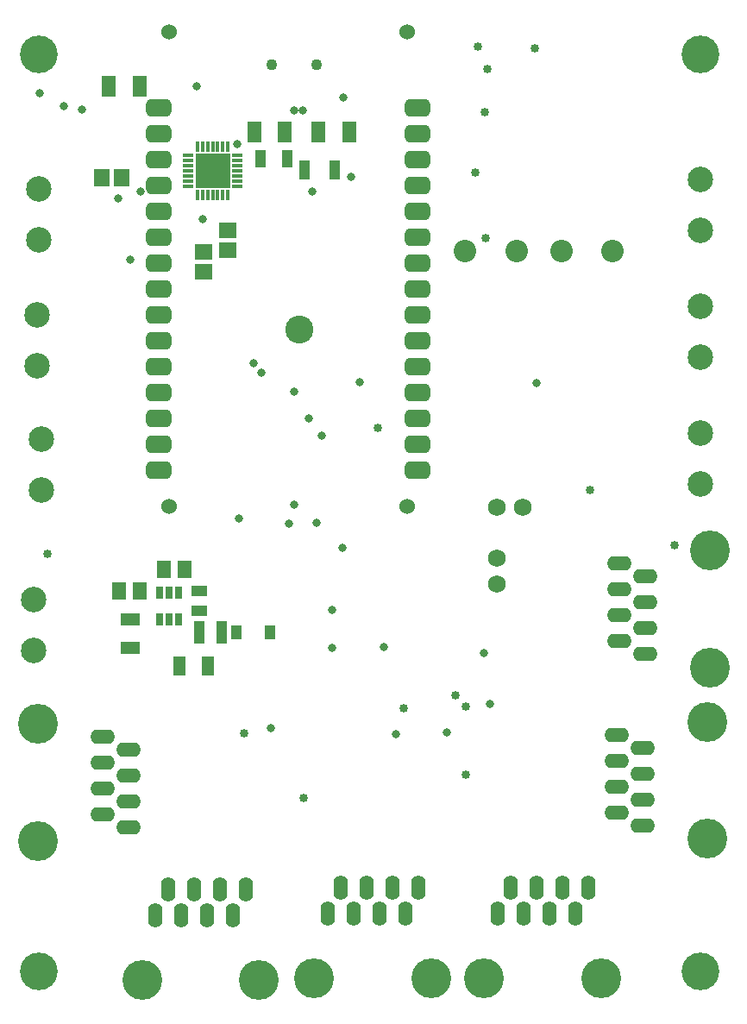
<source format=gbs>
G04*
G04 #@! TF.GenerationSoftware,Altium Limited,CircuitMaker,2.2.0 (2.2.0.5)*
G04*
G04 Layer_Color=8150272*
%FSLAX24Y24*%
%MOIN*%
G70*
G04*
G04 #@! TF.SameCoordinates,7AF7A03E-A370-4C74-A711-71AC0677D318*
G04*
G04*
G04 #@! TF.FilePolarity,Negative*
G04*
G01*
G75*
%ADD18R,0.0611X0.0690*%
%ADD27R,0.0690X0.0611*%
%ADD34R,0.0533X0.0789*%
%ADD36C,0.0986*%
%ADD37O,0.0946X0.0552*%
%ADD38C,0.1537*%
G04:AMPARAMS|DCode=39|XSize=68mil|YSize=98mil|CornerRadius=19mil|HoleSize=0mil|Usage=FLASHONLY|Rotation=270.000|XOffset=0mil|YOffset=0mil|HoleType=Round|Shape=RoundedRectangle|*
%AMROUNDEDRECTD39*
21,1,0.0680,0.0600,0,0,270.0*
21,1,0.0300,0.0980,0,0,270.0*
1,1,0.0380,-0.0300,-0.0150*
1,1,0.0380,-0.0300,0.0150*
1,1,0.0380,0.0300,0.0150*
1,1,0.0380,0.0300,-0.0150*
%
%ADD39ROUNDEDRECTD39*%
%ADD40C,0.0600*%
%ADD41C,0.0867*%
%ADD42C,0.1080*%
%ADD43C,0.0434*%
%ADD44O,0.0552X0.0946*%
%ADD45C,0.0680*%
%ADD46C,0.0320*%
%ADD47C,0.0336*%
%ADD48C,0.1458*%
%ADD96R,0.0749X0.0474*%
%ADD97R,0.0474X0.0749*%
%ADD98R,0.0572X0.0690*%
%ADD99R,0.0592X0.0434*%
%ADD100R,0.0291X0.0488*%
%ADD101R,0.0395X0.0867*%
%ADD102R,0.0438X0.0560*%
%ADD103R,0.0434X0.0749*%
%ADD104R,0.0434X0.0710*%
%ADD105R,0.1360X0.1360*%
%ADD106R,0.0402X0.0146*%
%ADD107R,0.0146X0.0402*%
D18*
X14262Y42480D02*
D03*
X15030D02*
D03*
D27*
X18191Y38856D02*
D03*
Y39624D02*
D03*
X19134Y39695D02*
D03*
Y40463D02*
D03*
D34*
X15709Y46024D02*
D03*
X14528D02*
D03*
X23819Y44252D02*
D03*
X22638D02*
D03*
X21339D02*
D03*
X20157D02*
D03*
D36*
X11929Y30433D02*
D03*
Y32402D02*
D03*
X37402Y32638D02*
D03*
Y30669D02*
D03*
X11772Y37205D02*
D03*
Y35236D02*
D03*
X11811Y42047D02*
D03*
Y40079D02*
D03*
X37402Y35551D02*
D03*
Y37520D02*
D03*
Y40472D02*
D03*
Y42441D02*
D03*
X11614Y24213D02*
D03*
Y26181D02*
D03*
D37*
X15280Y20384D02*
D03*
Y19384D02*
D03*
Y17384D02*
D03*
Y18384D02*
D03*
X14280Y17884D02*
D03*
Y18884D02*
D03*
Y20884D02*
D03*
Y19884D02*
D03*
X35248Y25077D02*
D03*
Y24077D02*
D03*
Y26077D02*
D03*
Y27077D02*
D03*
X34248Y26577D02*
D03*
Y27577D02*
D03*
Y25577D02*
D03*
Y24577D02*
D03*
X35169Y18463D02*
D03*
Y17463D02*
D03*
Y19463D02*
D03*
Y20463D02*
D03*
X34169Y19963D02*
D03*
Y20963D02*
D03*
Y18963D02*
D03*
Y17963D02*
D03*
D38*
X11780Y16870D02*
D03*
Y21398D02*
D03*
X37748Y23563D02*
D03*
Y28091D02*
D03*
X37669Y16949D02*
D03*
Y21476D02*
D03*
X29035Y11543D02*
D03*
X33563D02*
D03*
X22461D02*
D03*
X26988D02*
D03*
X15807Y11504D02*
D03*
X20335D02*
D03*
D39*
X16454Y31182D02*
D03*
Y32182D02*
D03*
Y33182D02*
D03*
Y34182D02*
D03*
Y35182D02*
D03*
Y36182D02*
D03*
Y37182D02*
D03*
Y38182D02*
D03*
Y39182D02*
D03*
Y40182D02*
D03*
Y41182D02*
D03*
Y42182D02*
D03*
Y43182D02*
D03*
Y45182D02*
D03*
X26454Y31182D02*
D03*
Y32182D02*
D03*
Y33182D02*
D03*
Y34182D02*
D03*
Y35182D02*
D03*
Y36182D02*
D03*
Y37182D02*
D03*
Y38182D02*
D03*
Y39182D02*
D03*
Y40182D02*
D03*
Y41182D02*
D03*
Y42182D02*
D03*
Y43182D02*
D03*
Y44182D02*
D03*
Y45182D02*
D03*
X16454Y44182D02*
D03*
D40*
X16856Y48135D02*
D03*
X26052D02*
D03*
Y29804D02*
D03*
X16856D02*
D03*
D41*
X32007Y39661D02*
D03*
X33977Y39646D02*
D03*
X28306Y39661D02*
D03*
X30276Y39646D02*
D03*
D42*
X21884Y36632D02*
D03*
D43*
X20827Y46870D02*
D03*
X22559D02*
D03*
D44*
X30549Y14043D02*
D03*
X29549D02*
D03*
X31549D02*
D03*
X32549D02*
D03*
X32049Y15043D02*
D03*
X33049D02*
D03*
X31049D02*
D03*
X30049D02*
D03*
X23974Y14043D02*
D03*
X22974D02*
D03*
X24974D02*
D03*
X25974D02*
D03*
X25474Y15043D02*
D03*
X26474D02*
D03*
X24474D02*
D03*
X23474D02*
D03*
X17321Y14004D02*
D03*
X16321D02*
D03*
X18321D02*
D03*
X19321D02*
D03*
X18821Y15004D02*
D03*
X19821D02*
D03*
X17821D02*
D03*
X16821D02*
D03*
D45*
X29528Y27783D02*
D03*
Y26783D02*
D03*
X30539Y29764D02*
D03*
X29539D02*
D03*
D46*
X23150Y25787D02*
D03*
X23543Y28209D02*
D03*
X21496Y29134D02*
D03*
X25157Y24370D02*
D03*
X11850Y45748D02*
D03*
X22008Y45079D02*
D03*
X21693D02*
D03*
X23885Y42515D02*
D03*
X23583Y45591D02*
D03*
X17913Y46024D02*
D03*
X18110Y42323D02*
D03*
X18543D02*
D03*
X19488Y43780D02*
D03*
X15354Y39331D02*
D03*
X15748Y41968D02*
D03*
X14882Y41693D02*
D03*
X22402Y41968D02*
D03*
X22559Y29173D02*
D03*
X21693Y34213D02*
D03*
X22756Y32520D02*
D03*
X22244Y33189D02*
D03*
X25630Y20984D02*
D03*
X29252Y22165D02*
D03*
X18150Y40906D02*
D03*
X12795Y45276D02*
D03*
X13504Y45118D02*
D03*
X20118Y35315D02*
D03*
X20433Y34961D02*
D03*
X31063Y34567D02*
D03*
X24213Y34606D02*
D03*
X23150Y24331D02*
D03*
X21693Y29843D02*
D03*
X27598Y21063D02*
D03*
X20787Y21220D02*
D03*
X29016Y24134D02*
D03*
X19567Y29331D02*
D03*
D47*
X12165Y27953D02*
D03*
X36378Y28307D02*
D03*
X33110Y30433D02*
D03*
X24920Y32810D02*
D03*
X28330Y19430D02*
D03*
Y22060D02*
D03*
X27910Y22480D02*
D03*
X25940Y21990D02*
D03*
X22060Y18530D02*
D03*
X19750Y21010D02*
D03*
X29094Y40160D02*
D03*
X29055Y45039D02*
D03*
X28780Y47559D02*
D03*
X29173Y46693D02*
D03*
X30984Y47480D02*
D03*
X28701Y42677D02*
D03*
D48*
X11811Y11811D02*
D03*
X37402D02*
D03*
X11811Y47244D02*
D03*
X37402D02*
D03*
D96*
X15354Y24341D02*
D03*
Y25432D02*
D03*
D97*
X17255Y23622D02*
D03*
X18345D02*
D03*
D98*
X16644Y27362D02*
D03*
X17451D02*
D03*
X14911Y26535D02*
D03*
X15719D02*
D03*
D99*
X18032Y25768D02*
D03*
Y26516D02*
D03*
D100*
X16850Y26476D02*
D03*
X17224Y25413D02*
D03*
X16850D02*
D03*
X16476D02*
D03*
Y26476D02*
D03*
X17224D02*
D03*
D101*
X18032Y24921D02*
D03*
X18898D02*
D03*
D102*
X20764D02*
D03*
X19472D02*
D03*
D103*
X22106Y42795D02*
D03*
X23248D02*
D03*
D104*
X21437Y43228D02*
D03*
X20374D02*
D03*
D105*
X18543Y42756D02*
D03*
D106*
X17598D02*
D03*
Y42953D02*
D03*
Y43150D02*
D03*
Y43346D02*
D03*
Y42559D02*
D03*
Y42362D02*
D03*
Y42165D02*
D03*
X19488D02*
D03*
Y42362D02*
D03*
Y42559D02*
D03*
Y43346D02*
D03*
Y43150D02*
D03*
Y42953D02*
D03*
Y42756D02*
D03*
D107*
X19134Y43701D02*
D03*
X18937D02*
D03*
X18740D02*
D03*
X18543D02*
D03*
X18346D02*
D03*
X18150D02*
D03*
X17953D02*
D03*
Y41811D02*
D03*
X18150D02*
D03*
X18346D02*
D03*
X18543D02*
D03*
X18740D02*
D03*
X18937D02*
D03*
X19134D02*
D03*
M02*

</source>
